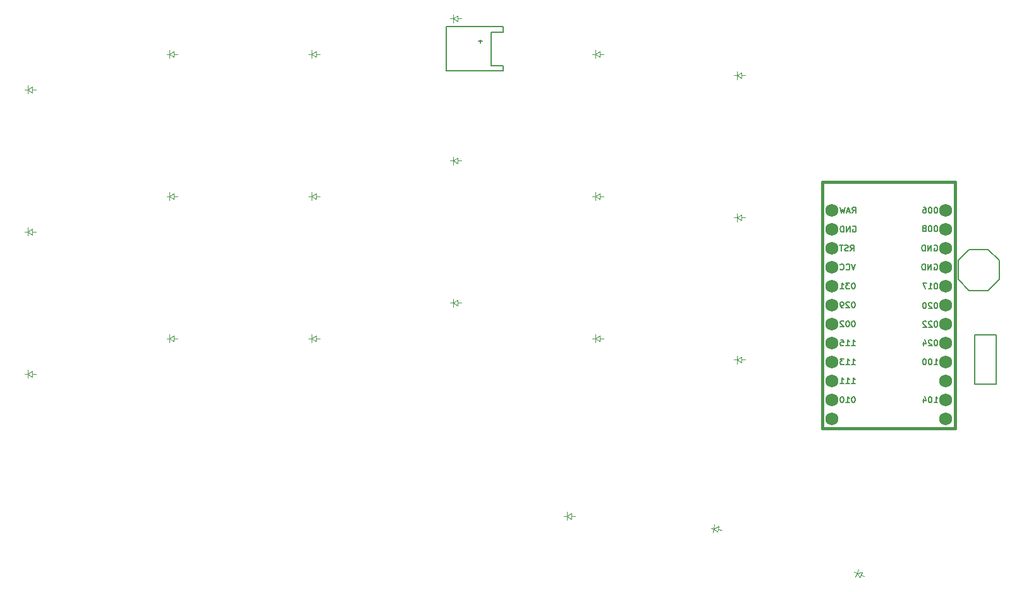
<source format=gbr>
%TF.GenerationSoftware,KiCad,Pcbnew,7.0.9*%
%TF.CreationDate,2024-08-18T04:48:21-07:00*%
%TF.ProjectId,left,6c656674-2e6b-4696-9361-645f70636258,v1.0.0*%
%TF.SameCoordinates,Original*%
%TF.FileFunction,Legend,Bot*%
%TF.FilePolarity,Positive*%
%FSLAX46Y46*%
G04 Gerber Fmt 4.6, Leading zero omitted, Abs format (unit mm)*
G04 Created by KiCad (PCBNEW 7.0.9) date 2024-08-18 04:48:21*
%MOMM*%
%LPD*%
G01*
G04 APERTURE LIST*
%ADD10C,0.150000*%
%ADD11C,0.100000*%
%ADD12C,0.381000*%
%ADD13C,1.752600*%
G04 APERTURE END LIST*
D10*
X264520073Y-147563290D02*
X264596263Y-147525195D01*
X264596263Y-147525195D02*
X264710549Y-147525195D01*
X264710549Y-147525195D02*
X264824835Y-147563290D01*
X264824835Y-147563290D02*
X264901025Y-147639480D01*
X264901025Y-147639480D02*
X264939120Y-147715671D01*
X264939120Y-147715671D02*
X264977216Y-147868052D01*
X264977216Y-147868052D02*
X264977216Y-147982338D01*
X264977216Y-147982338D02*
X264939120Y-148134719D01*
X264939120Y-148134719D02*
X264901025Y-148210909D01*
X264901025Y-148210909D02*
X264824835Y-148287100D01*
X264824835Y-148287100D02*
X264710549Y-148325195D01*
X264710549Y-148325195D02*
X264634358Y-148325195D01*
X264634358Y-148325195D02*
X264520073Y-148287100D01*
X264520073Y-148287100D02*
X264481977Y-148249004D01*
X264481977Y-148249004D02*
X264481977Y-147982338D01*
X264481977Y-147982338D02*
X264634358Y-147982338D01*
X264139120Y-148325195D02*
X264139120Y-147525195D01*
X264139120Y-147525195D02*
X263681977Y-148325195D01*
X263681977Y-148325195D02*
X263681977Y-147525195D01*
X263301025Y-148325195D02*
X263301025Y-147525195D01*
X263301025Y-147525195D02*
X263110549Y-147525195D01*
X263110549Y-147525195D02*
X262996263Y-147563290D01*
X262996263Y-147563290D02*
X262920073Y-147639480D01*
X262920073Y-147639480D02*
X262881978Y-147715671D01*
X262881978Y-147715671D02*
X262843882Y-147868052D01*
X262843882Y-147868052D02*
X262843882Y-147982338D01*
X262843882Y-147982338D02*
X262881978Y-148134719D01*
X262881978Y-148134719D02*
X262920073Y-148210909D01*
X262920073Y-148210909D02*
X262996263Y-148287100D01*
X262996263Y-148287100D02*
X263110549Y-148325195D01*
X263110549Y-148325195D02*
X263301025Y-148325195D01*
X253712358Y-167845195D02*
X253636168Y-167845195D01*
X253636168Y-167845195D02*
X253559977Y-167883290D01*
X253559977Y-167883290D02*
X253521882Y-167921385D01*
X253521882Y-167921385D02*
X253483787Y-167997576D01*
X253483787Y-167997576D02*
X253445692Y-168149957D01*
X253445692Y-168149957D02*
X253445692Y-168340433D01*
X253445692Y-168340433D02*
X253483787Y-168492814D01*
X253483787Y-168492814D02*
X253521882Y-168569004D01*
X253521882Y-168569004D02*
X253559977Y-168607100D01*
X253559977Y-168607100D02*
X253636168Y-168645195D01*
X253636168Y-168645195D02*
X253712358Y-168645195D01*
X253712358Y-168645195D02*
X253788549Y-168607100D01*
X253788549Y-168607100D02*
X253826644Y-168569004D01*
X253826644Y-168569004D02*
X253864739Y-168492814D01*
X253864739Y-168492814D02*
X253902835Y-168340433D01*
X253902835Y-168340433D02*
X253902835Y-168149957D01*
X253902835Y-168149957D02*
X253864739Y-167997576D01*
X253864739Y-167997576D02*
X253826644Y-167921385D01*
X253826644Y-167921385D02*
X253788549Y-167883290D01*
X253788549Y-167883290D02*
X253712358Y-167845195D01*
X252683787Y-168645195D02*
X253140930Y-168645195D01*
X252912358Y-168645195D02*
X252912358Y-167845195D01*
X252912358Y-167845195D02*
X252988549Y-167959480D01*
X252988549Y-167959480D02*
X253064739Y-168035671D01*
X253064739Y-168035671D02*
X253140930Y-168073766D01*
X252188548Y-167845195D02*
X252112358Y-167845195D01*
X252112358Y-167845195D02*
X252036167Y-167883290D01*
X252036167Y-167883290D02*
X251998072Y-167921385D01*
X251998072Y-167921385D02*
X251959977Y-167997576D01*
X251959977Y-167997576D02*
X251921882Y-168149957D01*
X251921882Y-168149957D02*
X251921882Y-168340433D01*
X251921882Y-168340433D02*
X251959977Y-168492814D01*
X251959977Y-168492814D02*
X251998072Y-168569004D01*
X251998072Y-168569004D02*
X252036167Y-168607100D01*
X252036167Y-168607100D02*
X252112358Y-168645195D01*
X252112358Y-168645195D02*
X252188548Y-168645195D01*
X252188548Y-168645195D02*
X252264739Y-168607100D01*
X252264739Y-168607100D02*
X252302834Y-168569004D01*
X252302834Y-168569004D02*
X252340929Y-168492814D01*
X252340929Y-168492814D02*
X252379025Y-168340433D01*
X252379025Y-168340433D02*
X252379025Y-168149957D01*
X252379025Y-168149957D02*
X252340929Y-167997576D01*
X252340929Y-167997576D02*
X252302834Y-167921385D01*
X252302834Y-167921385D02*
X252264739Y-167883290D01*
X252264739Y-167883290D02*
X252188548Y-167845195D01*
X253445692Y-161025195D02*
X253902835Y-161025195D01*
X253674263Y-161025195D02*
X253674263Y-160225195D01*
X253674263Y-160225195D02*
X253750454Y-160339480D01*
X253750454Y-160339480D02*
X253826644Y-160415671D01*
X253826644Y-160415671D02*
X253902835Y-160453766D01*
X252683787Y-161025195D02*
X253140930Y-161025195D01*
X252912358Y-161025195D02*
X252912358Y-160225195D01*
X252912358Y-160225195D02*
X252988549Y-160339480D01*
X252988549Y-160339480D02*
X253064739Y-160415671D01*
X253064739Y-160415671D02*
X253140930Y-160453766D01*
X251959977Y-160225195D02*
X252340929Y-160225195D01*
X252340929Y-160225195D02*
X252379025Y-160606147D01*
X252379025Y-160606147D02*
X252340929Y-160568052D01*
X252340929Y-160568052D02*
X252264739Y-160529957D01*
X252264739Y-160529957D02*
X252074263Y-160529957D01*
X252074263Y-160529957D02*
X251998072Y-160568052D01*
X251998072Y-160568052D02*
X251959977Y-160606147D01*
X251959977Y-160606147D02*
X251921882Y-160682338D01*
X251921882Y-160682338D02*
X251921882Y-160872814D01*
X251921882Y-160872814D02*
X251959977Y-160949004D01*
X251959977Y-160949004D02*
X251998072Y-160987100D01*
X251998072Y-160987100D02*
X252074263Y-161025195D01*
X252074263Y-161025195D02*
X252264739Y-161025195D01*
X252264739Y-161025195D02*
X252340929Y-160987100D01*
X252340929Y-160987100D02*
X252379025Y-160949004D01*
X253604406Y-145023290D02*
X253680596Y-144985195D01*
X253680596Y-144985195D02*
X253794882Y-144985195D01*
X253794882Y-144985195D02*
X253909168Y-145023290D01*
X253909168Y-145023290D02*
X253985358Y-145099480D01*
X253985358Y-145099480D02*
X254023453Y-145175671D01*
X254023453Y-145175671D02*
X254061549Y-145328052D01*
X254061549Y-145328052D02*
X254061549Y-145442338D01*
X254061549Y-145442338D02*
X254023453Y-145594719D01*
X254023453Y-145594719D02*
X253985358Y-145670909D01*
X253985358Y-145670909D02*
X253909168Y-145747100D01*
X253909168Y-145747100D02*
X253794882Y-145785195D01*
X253794882Y-145785195D02*
X253718691Y-145785195D01*
X253718691Y-145785195D02*
X253604406Y-145747100D01*
X253604406Y-145747100D02*
X253566310Y-145709004D01*
X253566310Y-145709004D02*
X253566310Y-145442338D01*
X253566310Y-145442338D02*
X253718691Y-145442338D01*
X253223453Y-145785195D02*
X253223453Y-144985195D01*
X253223453Y-144985195D02*
X252766310Y-145785195D01*
X252766310Y-145785195D02*
X252766310Y-144985195D01*
X252385358Y-145785195D02*
X252385358Y-144985195D01*
X252385358Y-144985195D02*
X252194882Y-144985195D01*
X252194882Y-144985195D02*
X252080596Y-145023290D01*
X252080596Y-145023290D02*
X252004406Y-145099480D01*
X252004406Y-145099480D02*
X251966311Y-145175671D01*
X251966311Y-145175671D02*
X251928215Y-145328052D01*
X251928215Y-145328052D02*
X251928215Y-145442338D01*
X251928215Y-145442338D02*
X251966311Y-145594719D01*
X251966311Y-145594719D02*
X252004406Y-145670909D01*
X252004406Y-145670909D02*
X252080596Y-145747100D01*
X252080596Y-145747100D02*
X252194882Y-145785195D01*
X252194882Y-145785195D02*
X252385358Y-145785195D01*
X253979025Y-150065195D02*
X253712358Y-150865195D01*
X253712358Y-150865195D02*
X253445692Y-150065195D01*
X252721882Y-150789004D02*
X252759978Y-150827100D01*
X252759978Y-150827100D02*
X252874263Y-150865195D01*
X252874263Y-150865195D02*
X252950454Y-150865195D01*
X252950454Y-150865195D02*
X253064740Y-150827100D01*
X253064740Y-150827100D02*
X253140930Y-150750909D01*
X253140930Y-150750909D02*
X253179025Y-150674719D01*
X253179025Y-150674719D02*
X253217121Y-150522338D01*
X253217121Y-150522338D02*
X253217121Y-150408052D01*
X253217121Y-150408052D02*
X253179025Y-150255671D01*
X253179025Y-150255671D02*
X253140930Y-150179480D01*
X253140930Y-150179480D02*
X253064740Y-150103290D01*
X253064740Y-150103290D02*
X252950454Y-150065195D01*
X252950454Y-150065195D02*
X252874263Y-150065195D01*
X252874263Y-150065195D02*
X252759978Y-150103290D01*
X252759978Y-150103290D02*
X252721882Y-150141385D01*
X251921882Y-150789004D02*
X251959978Y-150827100D01*
X251959978Y-150827100D02*
X252074263Y-150865195D01*
X252074263Y-150865195D02*
X252150454Y-150865195D01*
X252150454Y-150865195D02*
X252264740Y-150827100D01*
X252264740Y-150827100D02*
X252340930Y-150750909D01*
X252340930Y-150750909D02*
X252379025Y-150674719D01*
X252379025Y-150674719D02*
X252417121Y-150522338D01*
X252417121Y-150522338D02*
X252417121Y-150408052D01*
X252417121Y-150408052D02*
X252379025Y-150255671D01*
X252379025Y-150255671D02*
X252340930Y-150179480D01*
X252340930Y-150179480D02*
X252264740Y-150103290D01*
X252264740Y-150103290D02*
X252150454Y-150065195D01*
X252150454Y-150065195D02*
X252074263Y-150065195D01*
X252074263Y-150065195D02*
X251959978Y-150103290D01*
X251959978Y-150103290D02*
X251921882Y-150141385D01*
X253712358Y-157685195D02*
X253636168Y-157685195D01*
X253636168Y-157685195D02*
X253559977Y-157723290D01*
X253559977Y-157723290D02*
X253521882Y-157761385D01*
X253521882Y-157761385D02*
X253483787Y-157837576D01*
X253483787Y-157837576D02*
X253445692Y-157989957D01*
X253445692Y-157989957D02*
X253445692Y-158180433D01*
X253445692Y-158180433D02*
X253483787Y-158332814D01*
X253483787Y-158332814D02*
X253521882Y-158409004D01*
X253521882Y-158409004D02*
X253559977Y-158447100D01*
X253559977Y-158447100D02*
X253636168Y-158485195D01*
X253636168Y-158485195D02*
X253712358Y-158485195D01*
X253712358Y-158485195D02*
X253788549Y-158447100D01*
X253788549Y-158447100D02*
X253826644Y-158409004D01*
X253826644Y-158409004D02*
X253864739Y-158332814D01*
X253864739Y-158332814D02*
X253902835Y-158180433D01*
X253902835Y-158180433D02*
X253902835Y-157989957D01*
X253902835Y-157989957D02*
X253864739Y-157837576D01*
X253864739Y-157837576D02*
X253826644Y-157761385D01*
X253826644Y-157761385D02*
X253788549Y-157723290D01*
X253788549Y-157723290D02*
X253712358Y-157685195D01*
X252950453Y-157685195D02*
X252874263Y-157685195D01*
X252874263Y-157685195D02*
X252798072Y-157723290D01*
X252798072Y-157723290D02*
X252759977Y-157761385D01*
X252759977Y-157761385D02*
X252721882Y-157837576D01*
X252721882Y-157837576D02*
X252683787Y-157989957D01*
X252683787Y-157989957D02*
X252683787Y-158180433D01*
X252683787Y-158180433D02*
X252721882Y-158332814D01*
X252721882Y-158332814D02*
X252759977Y-158409004D01*
X252759977Y-158409004D02*
X252798072Y-158447100D01*
X252798072Y-158447100D02*
X252874263Y-158485195D01*
X252874263Y-158485195D02*
X252950453Y-158485195D01*
X252950453Y-158485195D02*
X253026644Y-158447100D01*
X253026644Y-158447100D02*
X253064739Y-158409004D01*
X253064739Y-158409004D02*
X253102834Y-158332814D01*
X253102834Y-158332814D02*
X253140930Y-158180433D01*
X253140930Y-158180433D02*
X253140930Y-157989957D01*
X253140930Y-157989957D02*
X253102834Y-157837576D01*
X253102834Y-157837576D02*
X253064739Y-157761385D01*
X253064739Y-157761385D02*
X253026644Y-157723290D01*
X253026644Y-157723290D02*
X252950453Y-157685195D01*
X252379025Y-157761385D02*
X252340929Y-157723290D01*
X252340929Y-157723290D02*
X252264739Y-157685195D01*
X252264739Y-157685195D02*
X252074263Y-157685195D01*
X252074263Y-157685195D02*
X251998072Y-157723290D01*
X251998072Y-157723290D02*
X251959977Y-157761385D01*
X251959977Y-157761385D02*
X251921882Y-157837576D01*
X251921882Y-157837576D02*
X251921882Y-157913766D01*
X251921882Y-157913766D02*
X251959977Y-158028052D01*
X251959977Y-158028052D02*
X252417120Y-158485195D01*
X252417120Y-158485195D02*
X251921882Y-158485195D01*
X264786739Y-157715195D02*
X264710549Y-157715195D01*
X264710549Y-157715195D02*
X264634358Y-157753290D01*
X264634358Y-157753290D02*
X264596263Y-157791385D01*
X264596263Y-157791385D02*
X264558168Y-157867576D01*
X264558168Y-157867576D02*
X264520073Y-158019957D01*
X264520073Y-158019957D02*
X264520073Y-158210433D01*
X264520073Y-158210433D02*
X264558168Y-158362814D01*
X264558168Y-158362814D02*
X264596263Y-158439004D01*
X264596263Y-158439004D02*
X264634358Y-158477100D01*
X264634358Y-158477100D02*
X264710549Y-158515195D01*
X264710549Y-158515195D02*
X264786739Y-158515195D01*
X264786739Y-158515195D02*
X264862930Y-158477100D01*
X264862930Y-158477100D02*
X264901025Y-158439004D01*
X264901025Y-158439004D02*
X264939120Y-158362814D01*
X264939120Y-158362814D02*
X264977216Y-158210433D01*
X264977216Y-158210433D02*
X264977216Y-158019957D01*
X264977216Y-158019957D02*
X264939120Y-157867576D01*
X264939120Y-157867576D02*
X264901025Y-157791385D01*
X264901025Y-157791385D02*
X264862930Y-157753290D01*
X264862930Y-157753290D02*
X264786739Y-157715195D01*
X264215311Y-157791385D02*
X264177215Y-157753290D01*
X264177215Y-157753290D02*
X264101025Y-157715195D01*
X264101025Y-157715195D02*
X263910549Y-157715195D01*
X263910549Y-157715195D02*
X263834358Y-157753290D01*
X263834358Y-157753290D02*
X263796263Y-157791385D01*
X263796263Y-157791385D02*
X263758168Y-157867576D01*
X263758168Y-157867576D02*
X263758168Y-157943766D01*
X263758168Y-157943766D02*
X263796263Y-158058052D01*
X263796263Y-158058052D02*
X264253406Y-158515195D01*
X264253406Y-158515195D02*
X263758168Y-158515195D01*
X263453406Y-157791385D02*
X263415310Y-157753290D01*
X263415310Y-157753290D02*
X263339120Y-157715195D01*
X263339120Y-157715195D02*
X263148644Y-157715195D01*
X263148644Y-157715195D02*
X263072453Y-157753290D01*
X263072453Y-157753290D02*
X263034358Y-157791385D01*
X263034358Y-157791385D02*
X262996263Y-157867576D01*
X262996263Y-157867576D02*
X262996263Y-157943766D01*
X262996263Y-157943766D02*
X263034358Y-158058052D01*
X263034358Y-158058052D02*
X263491501Y-158515195D01*
X263491501Y-158515195D02*
X262996263Y-158515195D01*
X264786739Y-152615195D02*
X264710549Y-152615195D01*
X264710549Y-152615195D02*
X264634358Y-152653290D01*
X264634358Y-152653290D02*
X264596263Y-152691385D01*
X264596263Y-152691385D02*
X264558168Y-152767576D01*
X264558168Y-152767576D02*
X264520073Y-152919957D01*
X264520073Y-152919957D02*
X264520073Y-153110433D01*
X264520073Y-153110433D02*
X264558168Y-153262814D01*
X264558168Y-153262814D02*
X264596263Y-153339004D01*
X264596263Y-153339004D02*
X264634358Y-153377100D01*
X264634358Y-153377100D02*
X264710549Y-153415195D01*
X264710549Y-153415195D02*
X264786739Y-153415195D01*
X264786739Y-153415195D02*
X264862930Y-153377100D01*
X264862930Y-153377100D02*
X264901025Y-153339004D01*
X264901025Y-153339004D02*
X264939120Y-153262814D01*
X264939120Y-153262814D02*
X264977216Y-153110433D01*
X264977216Y-153110433D02*
X264977216Y-152919957D01*
X264977216Y-152919957D02*
X264939120Y-152767576D01*
X264939120Y-152767576D02*
X264901025Y-152691385D01*
X264901025Y-152691385D02*
X264862930Y-152653290D01*
X264862930Y-152653290D02*
X264786739Y-152615195D01*
X263758168Y-153415195D02*
X264215311Y-153415195D01*
X263986739Y-153415195D02*
X263986739Y-152615195D01*
X263986739Y-152615195D02*
X264062930Y-152729480D01*
X264062930Y-152729480D02*
X264139120Y-152805671D01*
X264139120Y-152805671D02*
X264215311Y-152843766D01*
X263491501Y-152615195D02*
X262958167Y-152615195D01*
X262958167Y-152615195D02*
X263301025Y-153415195D01*
X264520073Y-163565195D02*
X264977216Y-163565195D01*
X264748644Y-163565195D02*
X264748644Y-162765195D01*
X264748644Y-162765195D02*
X264824835Y-162879480D01*
X264824835Y-162879480D02*
X264901025Y-162955671D01*
X264901025Y-162955671D02*
X264977216Y-162993766D01*
X264024834Y-162765195D02*
X263948644Y-162765195D01*
X263948644Y-162765195D02*
X263872453Y-162803290D01*
X263872453Y-162803290D02*
X263834358Y-162841385D01*
X263834358Y-162841385D02*
X263796263Y-162917576D01*
X263796263Y-162917576D02*
X263758168Y-163069957D01*
X263758168Y-163069957D02*
X263758168Y-163260433D01*
X263758168Y-163260433D02*
X263796263Y-163412814D01*
X263796263Y-163412814D02*
X263834358Y-163489004D01*
X263834358Y-163489004D02*
X263872453Y-163527100D01*
X263872453Y-163527100D02*
X263948644Y-163565195D01*
X263948644Y-163565195D02*
X264024834Y-163565195D01*
X264024834Y-163565195D02*
X264101025Y-163527100D01*
X264101025Y-163527100D02*
X264139120Y-163489004D01*
X264139120Y-163489004D02*
X264177215Y-163412814D01*
X264177215Y-163412814D02*
X264215311Y-163260433D01*
X264215311Y-163260433D02*
X264215311Y-163069957D01*
X264215311Y-163069957D02*
X264177215Y-162917576D01*
X264177215Y-162917576D02*
X264139120Y-162841385D01*
X264139120Y-162841385D02*
X264101025Y-162803290D01*
X264101025Y-162803290D02*
X264024834Y-162765195D01*
X263262929Y-162765195D02*
X263186739Y-162765195D01*
X263186739Y-162765195D02*
X263110548Y-162803290D01*
X263110548Y-162803290D02*
X263072453Y-162841385D01*
X263072453Y-162841385D02*
X263034358Y-162917576D01*
X263034358Y-162917576D02*
X262996263Y-163069957D01*
X262996263Y-163069957D02*
X262996263Y-163260433D01*
X262996263Y-163260433D02*
X263034358Y-163412814D01*
X263034358Y-163412814D02*
X263072453Y-163489004D01*
X263072453Y-163489004D02*
X263110548Y-163527100D01*
X263110548Y-163527100D02*
X263186739Y-163565195D01*
X263186739Y-163565195D02*
X263262929Y-163565195D01*
X263262929Y-163565195D02*
X263339120Y-163527100D01*
X263339120Y-163527100D02*
X263377215Y-163489004D01*
X263377215Y-163489004D02*
X263415310Y-163412814D01*
X263415310Y-163412814D02*
X263453406Y-163260433D01*
X263453406Y-163260433D02*
X263453406Y-163069957D01*
X263453406Y-163069957D02*
X263415310Y-162917576D01*
X263415310Y-162917576D02*
X263377215Y-162841385D01*
X263377215Y-162841385D02*
X263339120Y-162803290D01*
X263339120Y-162803290D02*
X263262929Y-162765195D01*
X264786739Y-144915195D02*
X264710549Y-144915195D01*
X264710549Y-144915195D02*
X264634358Y-144953290D01*
X264634358Y-144953290D02*
X264596263Y-144991385D01*
X264596263Y-144991385D02*
X264558168Y-145067576D01*
X264558168Y-145067576D02*
X264520073Y-145219957D01*
X264520073Y-145219957D02*
X264520073Y-145410433D01*
X264520073Y-145410433D02*
X264558168Y-145562814D01*
X264558168Y-145562814D02*
X264596263Y-145639004D01*
X264596263Y-145639004D02*
X264634358Y-145677100D01*
X264634358Y-145677100D02*
X264710549Y-145715195D01*
X264710549Y-145715195D02*
X264786739Y-145715195D01*
X264786739Y-145715195D02*
X264862930Y-145677100D01*
X264862930Y-145677100D02*
X264901025Y-145639004D01*
X264901025Y-145639004D02*
X264939120Y-145562814D01*
X264939120Y-145562814D02*
X264977216Y-145410433D01*
X264977216Y-145410433D02*
X264977216Y-145219957D01*
X264977216Y-145219957D02*
X264939120Y-145067576D01*
X264939120Y-145067576D02*
X264901025Y-144991385D01*
X264901025Y-144991385D02*
X264862930Y-144953290D01*
X264862930Y-144953290D02*
X264786739Y-144915195D01*
X264024834Y-144915195D02*
X263948644Y-144915195D01*
X263948644Y-144915195D02*
X263872453Y-144953290D01*
X263872453Y-144953290D02*
X263834358Y-144991385D01*
X263834358Y-144991385D02*
X263796263Y-145067576D01*
X263796263Y-145067576D02*
X263758168Y-145219957D01*
X263758168Y-145219957D02*
X263758168Y-145410433D01*
X263758168Y-145410433D02*
X263796263Y-145562814D01*
X263796263Y-145562814D02*
X263834358Y-145639004D01*
X263834358Y-145639004D02*
X263872453Y-145677100D01*
X263872453Y-145677100D02*
X263948644Y-145715195D01*
X263948644Y-145715195D02*
X264024834Y-145715195D01*
X264024834Y-145715195D02*
X264101025Y-145677100D01*
X264101025Y-145677100D02*
X264139120Y-145639004D01*
X264139120Y-145639004D02*
X264177215Y-145562814D01*
X264177215Y-145562814D02*
X264215311Y-145410433D01*
X264215311Y-145410433D02*
X264215311Y-145219957D01*
X264215311Y-145219957D02*
X264177215Y-145067576D01*
X264177215Y-145067576D02*
X264139120Y-144991385D01*
X264139120Y-144991385D02*
X264101025Y-144953290D01*
X264101025Y-144953290D02*
X264024834Y-144915195D01*
X263301025Y-145258052D02*
X263377215Y-145219957D01*
X263377215Y-145219957D02*
X263415310Y-145181861D01*
X263415310Y-145181861D02*
X263453406Y-145105671D01*
X263453406Y-145105671D02*
X263453406Y-145067576D01*
X263453406Y-145067576D02*
X263415310Y-144991385D01*
X263415310Y-144991385D02*
X263377215Y-144953290D01*
X263377215Y-144953290D02*
X263301025Y-144915195D01*
X263301025Y-144915195D02*
X263148644Y-144915195D01*
X263148644Y-144915195D02*
X263072453Y-144953290D01*
X263072453Y-144953290D02*
X263034358Y-144991385D01*
X263034358Y-144991385D02*
X262996263Y-145067576D01*
X262996263Y-145067576D02*
X262996263Y-145105671D01*
X262996263Y-145105671D02*
X263034358Y-145181861D01*
X263034358Y-145181861D02*
X263072453Y-145219957D01*
X263072453Y-145219957D02*
X263148644Y-145258052D01*
X263148644Y-145258052D02*
X263301025Y-145258052D01*
X263301025Y-145258052D02*
X263377215Y-145296147D01*
X263377215Y-145296147D02*
X263415310Y-145334242D01*
X263415310Y-145334242D02*
X263453406Y-145410433D01*
X263453406Y-145410433D02*
X263453406Y-145562814D01*
X263453406Y-145562814D02*
X263415310Y-145639004D01*
X263415310Y-145639004D02*
X263377215Y-145677100D01*
X263377215Y-145677100D02*
X263301025Y-145715195D01*
X263301025Y-145715195D02*
X263148644Y-145715195D01*
X263148644Y-145715195D02*
X263072453Y-145677100D01*
X263072453Y-145677100D02*
X263034358Y-145639004D01*
X263034358Y-145639004D02*
X262996263Y-145562814D01*
X262996263Y-145562814D02*
X262996263Y-145410433D01*
X262996263Y-145410433D02*
X263034358Y-145334242D01*
X263034358Y-145334242D02*
X263072453Y-145296147D01*
X263072453Y-145296147D02*
X263148644Y-145258052D01*
X264786739Y-142445195D02*
X264710549Y-142445195D01*
X264710549Y-142445195D02*
X264634358Y-142483290D01*
X264634358Y-142483290D02*
X264596263Y-142521385D01*
X264596263Y-142521385D02*
X264558168Y-142597576D01*
X264558168Y-142597576D02*
X264520073Y-142749957D01*
X264520073Y-142749957D02*
X264520073Y-142940433D01*
X264520073Y-142940433D02*
X264558168Y-143092814D01*
X264558168Y-143092814D02*
X264596263Y-143169004D01*
X264596263Y-143169004D02*
X264634358Y-143207100D01*
X264634358Y-143207100D02*
X264710549Y-143245195D01*
X264710549Y-143245195D02*
X264786739Y-143245195D01*
X264786739Y-143245195D02*
X264862930Y-143207100D01*
X264862930Y-143207100D02*
X264901025Y-143169004D01*
X264901025Y-143169004D02*
X264939120Y-143092814D01*
X264939120Y-143092814D02*
X264977216Y-142940433D01*
X264977216Y-142940433D02*
X264977216Y-142749957D01*
X264977216Y-142749957D02*
X264939120Y-142597576D01*
X264939120Y-142597576D02*
X264901025Y-142521385D01*
X264901025Y-142521385D02*
X264862930Y-142483290D01*
X264862930Y-142483290D02*
X264786739Y-142445195D01*
X264024834Y-142445195D02*
X263948644Y-142445195D01*
X263948644Y-142445195D02*
X263872453Y-142483290D01*
X263872453Y-142483290D02*
X263834358Y-142521385D01*
X263834358Y-142521385D02*
X263796263Y-142597576D01*
X263796263Y-142597576D02*
X263758168Y-142749957D01*
X263758168Y-142749957D02*
X263758168Y-142940433D01*
X263758168Y-142940433D02*
X263796263Y-143092814D01*
X263796263Y-143092814D02*
X263834358Y-143169004D01*
X263834358Y-143169004D02*
X263872453Y-143207100D01*
X263872453Y-143207100D02*
X263948644Y-143245195D01*
X263948644Y-143245195D02*
X264024834Y-143245195D01*
X264024834Y-143245195D02*
X264101025Y-143207100D01*
X264101025Y-143207100D02*
X264139120Y-143169004D01*
X264139120Y-143169004D02*
X264177215Y-143092814D01*
X264177215Y-143092814D02*
X264215311Y-142940433D01*
X264215311Y-142940433D02*
X264215311Y-142749957D01*
X264215311Y-142749957D02*
X264177215Y-142597576D01*
X264177215Y-142597576D02*
X264139120Y-142521385D01*
X264139120Y-142521385D02*
X264101025Y-142483290D01*
X264101025Y-142483290D02*
X264024834Y-142445195D01*
X263072453Y-142445195D02*
X263224834Y-142445195D01*
X263224834Y-142445195D02*
X263301025Y-142483290D01*
X263301025Y-142483290D02*
X263339120Y-142521385D01*
X263339120Y-142521385D02*
X263415310Y-142635671D01*
X263415310Y-142635671D02*
X263453406Y-142788052D01*
X263453406Y-142788052D02*
X263453406Y-143092814D01*
X263453406Y-143092814D02*
X263415310Y-143169004D01*
X263415310Y-143169004D02*
X263377215Y-143207100D01*
X263377215Y-143207100D02*
X263301025Y-143245195D01*
X263301025Y-143245195D02*
X263148644Y-143245195D01*
X263148644Y-143245195D02*
X263072453Y-143207100D01*
X263072453Y-143207100D02*
X263034358Y-143169004D01*
X263034358Y-143169004D02*
X262996263Y-143092814D01*
X262996263Y-143092814D02*
X262996263Y-142902338D01*
X262996263Y-142902338D02*
X263034358Y-142826147D01*
X263034358Y-142826147D02*
X263072453Y-142788052D01*
X263072453Y-142788052D02*
X263148644Y-142749957D01*
X263148644Y-142749957D02*
X263301025Y-142749957D01*
X263301025Y-142749957D02*
X263377215Y-142788052D01*
X263377215Y-142788052D02*
X263415310Y-142826147D01*
X263415310Y-142826147D02*
X263453406Y-142902338D01*
X264786739Y-155215195D02*
X264710549Y-155215195D01*
X264710549Y-155215195D02*
X264634358Y-155253290D01*
X264634358Y-155253290D02*
X264596263Y-155291385D01*
X264596263Y-155291385D02*
X264558168Y-155367576D01*
X264558168Y-155367576D02*
X264520073Y-155519957D01*
X264520073Y-155519957D02*
X264520073Y-155710433D01*
X264520073Y-155710433D02*
X264558168Y-155862814D01*
X264558168Y-155862814D02*
X264596263Y-155939004D01*
X264596263Y-155939004D02*
X264634358Y-155977100D01*
X264634358Y-155977100D02*
X264710549Y-156015195D01*
X264710549Y-156015195D02*
X264786739Y-156015195D01*
X264786739Y-156015195D02*
X264862930Y-155977100D01*
X264862930Y-155977100D02*
X264901025Y-155939004D01*
X264901025Y-155939004D02*
X264939120Y-155862814D01*
X264939120Y-155862814D02*
X264977216Y-155710433D01*
X264977216Y-155710433D02*
X264977216Y-155519957D01*
X264977216Y-155519957D02*
X264939120Y-155367576D01*
X264939120Y-155367576D02*
X264901025Y-155291385D01*
X264901025Y-155291385D02*
X264862930Y-155253290D01*
X264862930Y-155253290D02*
X264786739Y-155215195D01*
X264215311Y-155291385D02*
X264177215Y-155253290D01*
X264177215Y-155253290D02*
X264101025Y-155215195D01*
X264101025Y-155215195D02*
X263910549Y-155215195D01*
X263910549Y-155215195D02*
X263834358Y-155253290D01*
X263834358Y-155253290D02*
X263796263Y-155291385D01*
X263796263Y-155291385D02*
X263758168Y-155367576D01*
X263758168Y-155367576D02*
X263758168Y-155443766D01*
X263758168Y-155443766D02*
X263796263Y-155558052D01*
X263796263Y-155558052D02*
X264253406Y-156015195D01*
X264253406Y-156015195D02*
X263758168Y-156015195D01*
X263262929Y-155215195D02*
X263186739Y-155215195D01*
X263186739Y-155215195D02*
X263110548Y-155253290D01*
X263110548Y-155253290D02*
X263072453Y-155291385D01*
X263072453Y-155291385D02*
X263034358Y-155367576D01*
X263034358Y-155367576D02*
X262996263Y-155519957D01*
X262996263Y-155519957D02*
X262996263Y-155710433D01*
X262996263Y-155710433D02*
X263034358Y-155862814D01*
X263034358Y-155862814D02*
X263072453Y-155939004D01*
X263072453Y-155939004D02*
X263110548Y-155977100D01*
X263110548Y-155977100D02*
X263186739Y-156015195D01*
X263186739Y-156015195D02*
X263262929Y-156015195D01*
X263262929Y-156015195D02*
X263339120Y-155977100D01*
X263339120Y-155977100D02*
X263377215Y-155939004D01*
X263377215Y-155939004D02*
X263415310Y-155862814D01*
X263415310Y-155862814D02*
X263453406Y-155710433D01*
X263453406Y-155710433D02*
X263453406Y-155519957D01*
X263453406Y-155519957D02*
X263415310Y-155367576D01*
X263415310Y-155367576D02*
X263377215Y-155291385D01*
X263377215Y-155291385D02*
X263339120Y-155253290D01*
X263339120Y-155253290D02*
X263262929Y-155215195D01*
X253299644Y-148325195D02*
X253566311Y-147944242D01*
X253756787Y-148325195D02*
X253756787Y-147525195D01*
X253756787Y-147525195D02*
X253452025Y-147525195D01*
X253452025Y-147525195D02*
X253375835Y-147563290D01*
X253375835Y-147563290D02*
X253337740Y-147601385D01*
X253337740Y-147601385D02*
X253299644Y-147677576D01*
X253299644Y-147677576D02*
X253299644Y-147791861D01*
X253299644Y-147791861D02*
X253337740Y-147868052D01*
X253337740Y-147868052D02*
X253375835Y-147906147D01*
X253375835Y-147906147D02*
X253452025Y-147944242D01*
X253452025Y-147944242D02*
X253756787Y-147944242D01*
X252994883Y-148287100D02*
X252880597Y-148325195D01*
X252880597Y-148325195D02*
X252690121Y-148325195D01*
X252690121Y-148325195D02*
X252613930Y-148287100D01*
X252613930Y-148287100D02*
X252575835Y-148249004D01*
X252575835Y-148249004D02*
X252537740Y-148172814D01*
X252537740Y-148172814D02*
X252537740Y-148096623D01*
X252537740Y-148096623D02*
X252575835Y-148020433D01*
X252575835Y-148020433D02*
X252613930Y-147982338D01*
X252613930Y-147982338D02*
X252690121Y-147944242D01*
X252690121Y-147944242D02*
X252842502Y-147906147D01*
X252842502Y-147906147D02*
X252918692Y-147868052D01*
X252918692Y-147868052D02*
X252956787Y-147829957D01*
X252956787Y-147829957D02*
X252994883Y-147753766D01*
X252994883Y-147753766D02*
X252994883Y-147677576D01*
X252994883Y-147677576D02*
X252956787Y-147601385D01*
X252956787Y-147601385D02*
X252918692Y-147563290D01*
X252918692Y-147563290D02*
X252842502Y-147525195D01*
X252842502Y-147525195D02*
X252652025Y-147525195D01*
X252652025Y-147525195D02*
X252537740Y-147563290D01*
X252309168Y-147525195D02*
X251852025Y-147525195D01*
X252080597Y-148325195D02*
X252080597Y-147525195D01*
X253445692Y-166105195D02*
X253902835Y-166105195D01*
X253674263Y-166105195D02*
X253674263Y-165305195D01*
X253674263Y-165305195D02*
X253750454Y-165419480D01*
X253750454Y-165419480D02*
X253826644Y-165495671D01*
X253826644Y-165495671D02*
X253902835Y-165533766D01*
X252683787Y-166105195D02*
X253140930Y-166105195D01*
X252912358Y-166105195D02*
X252912358Y-165305195D01*
X252912358Y-165305195D02*
X252988549Y-165419480D01*
X252988549Y-165419480D02*
X253064739Y-165495671D01*
X253064739Y-165495671D02*
X253140930Y-165533766D01*
X251921882Y-166105195D02*
X252379025Y-166105195D01*
X252150453Y-166105195D02*
X252150453Y-165305195D01*
X252150453Y-165305195D02*
X252226644Y-165419480D01*
X252226644Y-165419480D02*
X252302834Y-165495671D01*
X252302834Y-165495671D02*
X252379025Y-165533766D01*
X253712358Y-152605195D02*
X253636168Y-152605195D01*
X253636168Y-152605195D02*
X253559977Y-152643290D01*
X253559977Y-152643290D02*
X253521882Y-152681385D01*
X253521882Y-152681385D02*
X253483787Y-152757576D01*
X253483787Y-152757576D02*
X253445692Y-152909957D01*
X253445692Y-152909957D02*
X253445692Y-153100433D01*
X253445692Y-153100433D02*
X253483787Y-153252814D01*
X253483787Y-153252814D02*
X253521882Y-153329004D01*
X253521882Y-153329004D02*
X253559977Y-153367100D01*
X253559977Y-153367100D02*
X253636168Y-153405195D01*
X253636168Y-153405195D02*
X253712358Y-153405195D01*
X253712358Y-153405195D02*
X253788549Y-153367100D01*
X253788549Y-153367100D02*
X253826644Y-153329004D01*
X253826644Y-153329004D02*
X253864739Y-153252814D01*
X253864739Y-153252814D02*
X253902835Y-153100433D01*
X253902835Y-153100433D02*
X253902835Y-152909957D01*
X253902835Y-152909957D02*
X253864739Y-152757576D01*
X253864739Y-152757576D02*
X253826644Y-152681385D01*
X253826644Y-152681385D02*
X253788549Y-152643290D01*
X253788549Y-152643290D02*
X253712358Y-152605195D01*
X253179025Y-152605195D02*
X252683787Y-152605195D01*
X252683787Y-152605195D02*
X252950453Y-152909957D01*
X252950453Y-152909957D02*
X252836168Y-152909957D01*
X252836168Y-152909957D02*
X252759977Y-152948052D01*
X252759977Y-152948052D02*
X252721882Y-152986147D01*
X252721882Y-152986147D02*
X252683787Y-153062338D01*
X252683787Y-153062338D02*
X252683787Y-153252814D01*
X252683787Y-153252814D02*
X252721882Y-153329004D01*
X252721882Y-153329004D02*
X252759977Y-153367100D01*
X252759977Y-153367100D02*
X252836168Y-153405195D01*
X252836168Y-153405195D02*
X253064739Y-153405195D01*
X253064739Y-153405195D02*
X253140930Y-153367100D01*
X253140930Y-153367100D02*
X253179025Y-153329004D01*
X251921882Y-153405195D02*
X252379025Y-153405195D01*
X252150453Y-153405195D02*
X252150453Y-152605195D01*
X252150453Y-152605195D02*
X252226644Y-152719480D01*
X252226644Y-152719480D02*
X252302834Y-152795671D01*
X252302834Y-152795671D02*
X252379025Y-152833766D01*
X264520073Y-168645195D02*
X264977216Y-168645195D01*
X264748644Y-168645195D02*
X264748644Y-167845195D01*
X264748644Y-167845195D02*
X264824835Y-167959480D01*
X264824835Y-167959480D02*
X264901025Y-168035671D01*
X264901025Y-168035671D02*
X264977216Y-168073766D01*
X264024834Y-167845195D02*
X263948644Y-167845195D01*
X263948644Y-167845195D02*
X263872453Y-167883290D01*
X263872453Y-167883290D02*
X263834358Y-167921385D01*
X263834358Y-167921385D02*
X263796263Y-167997576D01*
X263796263Y-167997576D02*
X263758168Y-168149957D01*
X263758168Y-168149957D02*
X263758168Y-168340433D01*
X263758168Y-168340433D02*
X263796263Y-168492814D01*
X263796263Y-168492814D02*
X263834358Y-168569004D01*
X263834358Y-168569004D02*
X263872453Y-168607100D01*
X263872453Y-168607100D02*
X263948644Y-168645195D01*
X263948644Y-168645195D02*
X264024834Y-168645195D01*
X264024834Y-168645195D02*
X264101025Y-168607100D01*
X264101025Y-168607100D02*
X264139120Y-168569004D01*
X264139120Y-168569004D02*
X264177215Y-168492814D01*
X264177215Y-168492814D02*
X264215311Y-168340433D01*
X264215311Y-168340433D02*
X264215311Y-168149957D01*
X264215311Y-168149957D02*
X264177215Y-167997576D01*
X264177215Y-167997576D02*
X264139120Y-167921385D01*
X264139120Y-167921385D02*
X264101025Y-167883290D01*
X264101025Y-167883290D02*
X264024834Y-167845195D01*
X263072453Y-168111861D02*
X263072453Y-168645195D01*
X263262929Y-167807100D02*
X263453406Y-168378528D01*
X263453406Y-168378528D02*
X262958167Y-168378528D01*
X264520073Y-150103290D02*
X264596263Y-150065195D01*
X264596263Y-150065195D02*
X264710549Y-150065195D01*
X264710549Y-150065195D02*
X264824835Y-150103290D01*
X264824835Y-150103290D02*
X264901025Y-150179480D01*
X264901025Y-150179480D02*
X264939120Y-150255671D01*
X264939120Y-150255671D02*
X264977216Y-150408052D01*
X264977216Y-150408052D02*
X264977216Y-150522338D01*
X264977216Y-150522338D02*
X264939120Y-150674719D01*
X264939120Y-150674719D02*
X264901025Y-150750909D01*
X264901025Y-150750909D02*
X264824835Y-150827100D01*
X264824835Y-150827100D02*
X264710549Y-150865195D01*
X264710549Y-150865195D02*
X264634358Y-150865195D01*
X264634358Y-150865195D02*
X264520073Y-150827100D01*
X264520073Y-150827100D02*
X264481977Y-150789004D01*
X264481977Y-150789004D02*
X264481977Y-150522338D01*
X264481977Y-150522338D02*
X264634358Y-150522338D01*
X264139120Y-150865195D02*
X264139120Y-150065195D01*
X264139120Y-150065195D02*
X263681977Y-150865195D01*
X263681977Y-150865195D02*
X263681977Y-150065195D01*
X263301025Y-150865195D02*
X263301025Y-150065195D01*
X263301025Y-150065195D02*
X263110549Y-150065195D01*
X263110549Y-150065195D02*
X262996263Y-150103290D01*
X262996263Y-150103290D02*
X262920073Y-150179480D01*
X262920073Y-150179480D02*
X262881978Y-150255671D01*
X262881978Y-150255671D02*
X262843882Y-150408052D01*
X262843882Y-150408052D02*
X262843882Y-150522338D01*
X262843882Y-150522338D02*
X262881978Y-150674719D01*
X262881978Y-150674719D02*
X262920073Y-150750909D01*
X262920073Y-150750909D02*
X262996263Y-150827100D01*
X262996263Y-150827100D02*
X263110549Y-150865195D01*
X263110549Y-150865195D02*
X263301025Y-150865195D01*
X264786739Y-160225195D02*
X264710549Y-160225195D01*
X264710549Y-160225195D02*
X264634358Y-160263290D01*
X264634358Y-160263290D02*
X264596263Y-160301385D01*
X264596263Y-160301385D02*
X264558168Y-160377576D01*
X264558168Y-160377576D02*
X264520073Y-160529957D01*
X264520073Y-160529957D02*
X264520073Y-160720433D01*
X264520073Y-160720433D02*
X264558168Y-160872814D01*
X264558168Y-160872814D02*
X264596263Y-160949004D01*
X264596263Y-160949004D02*
X264634358Y-160987100D01*
X264634358Y-160987100D02*
X264710549Y-161025195D01*
X264710549Y-161025195D02*
X264786739Y-161025195D01*
X264786739Y-161025195D02*
X264862930Y-160987100D01*
X264862930Y-160987100D02*
X264901025Y-160949004D01*
X264901025Y-160949004D02*
X264939120Y-160872814D01*
X264939120Y-160872814D02*
X264977216Y-160720433D01*
X264977216Y-160720433D02*
X264977216Y-160529957D01*
X264977216Y-160529957D02*
X264939120Y-160377576D01*
X264939120Y-160377576D02*
X264901025Y-160301385D01*
X264901025Y-160301385D02*
X264862930Y-160263290D01*
X264862930Y-160263290D02*
X264786739Y-160225195D01*
X264215311Y-160301385D02*
X264177215Y-160263290D01*
X264177215Y-160263290D02*
X264101025Y-160225195D01*
X264101025Y-160225195D02*
X263910549Y-160225195D01*
X263910549Y-160225195D02*
X263834358Y-160263290D01*
X263834358Y-160263290D02*
X263796263Y-160301385D01*
X263796263Y-160301385D02*
X263758168Y-160377576D01*
X263758168Y-160377576D02*
X263758168Y-160453766D01*
X263758168Y-160453766D02*
X263796263Y-160568052D01*
X263796263Y-160568052D02*
X264253406Y-161025195D01*
X264253406Y-161025195D02*
X263758168Y-161025195D01*
X263072453Y-160491861D02*
X263072453Y-161025195D01*
X263262929Y-160187100D02*
X263453406Y-160758528D01*
X263453406Y-160758528D02*
X262958167Y-160758528D01*
X253528215Y-143245195D02*
X253794882Y-142864242D01*
X253985358Y-143245195D02*
X253985358Y-142445195D01*
X253985358Y-142445195D02*
X253680596Y-142445195D01*
X253680596Y-142445195D02*
X253604406Y-142483290D01*
X253604406Y-142483290D02*
X253566311Y-142521385D01*
X253566311Y-142521385D02*
X253528215Y-142597576D01*
X253528215Y-142597576D02*
X253528215Y-142711861D01*
X253528215Y-142711861D02*
X253566311Y-142788052D01*
X253566311Y-142788052D02*
X253604406Y-142826147D01*
X253604406Y-142826147D02*
X253680596Y-142864242D01*
X253680596Y-142864242D02*
X253985358Y-142864242D01*
X253223454Y-143016623D02*
X252842501Y-143016623D01*
X253299644Y-143245195D02*
X253032977Y-142445195D01*
X253032977Y-142445195D02*
X252766311Y-143245195D01*
X252575835Y-142445195D02*
X252385359Y-143245195D01*
X252385359Y-143245195D02*
X252232978Y-142673766D01*
X252232978Y-142673766D02*
X252080597Y-143245195D01*
X252080597Y-143245195D02*
X251890121Y-142445195D01*
X253445692Y-163565195D02*
X253902835Y-163565195D01*
X253674263Y-163565195D02*
X253674263Y-162765195D01*
X253674263Y-162765195D02*
X253750454Y-162879480D01*
X253750454Y-162879480D02*
X253826644Y-162955671D01*
X253826644Y-162955671D02*
X253902835Y-162993766D01*
X252683787Y-163565195D02*
X253140930Y-163565195D01*
X252912358Y-163565195D02*
X252912358Y-162765195D01*
X252912358Y-162765195D02*
X252988549Y-162879480D01*
X252988549Y-162879480D02*
X253064739Y-162955671D01*
X253064739Y-162955671D02*
X253140930Y-162993766D01*
X252417120Y-162765195D02*
X251921882Y-162765195D01*
X251921882Y-162765195D02*
X252188548Y-163069957D01*
X252188548Y-163069957D02*
X252074263Y-163069957D01*
X252074263Y-163069957D02*
X251998072Y-163108052D01*
X251998072Y-163108052D02*
X251959977Y-163146147D01*
X251959977Y-163146147D02*
X251921882Y-163222338D01*
X251921882Y-163222338D02*
X251921882Y-163412814D01*
X251921882Y-163412814D02*
X251959977Y-163489004D01*
X251959977Y-163489004D02*
X251998072Y-163527100D01*
X251998072Y-163527100D02*
X252074263Y-163565195D01*
X252074263Y-163565195D02*
X252302834Y-163565195D01*
X252302834Y-163565195D02*
X252379025Y-163527100D01*
X252379025Y-163527100D02*
X252417120Y-163489004D01*
X253712358Y-155145195D02*
X253636168Y-155145195D01*
X253636168Y-155145195D02*
X253559977Y-155183290D01*
X253559977Y-155183290D02*
X253521882Y-155221385D01*
X253521882Y-155221385D02*
X253483787Y-155297576D01*
X253483787Y-155297576D02*
X253445692Y-155449957D01*
X253445692Y-155449957D02*
X253445692Y-155640433D01*
X253445692Y-155640433D02*
X253483787Y-155792814D01*
X253483787Y-155792814D02*
X253521882Y-155869004D01*
X253521882Y-155869004D02*
X253559977Y-155907100D01*
X253559977Y-155907100D02*
X253636168Y-155945195D01*
X253636168Y-155945195D02*
X253712358Y-155945195D01*
X253712358Y-155945195D02*
X253788549Y-155907100D01*
X253788549Y-155907100D02*
X253826644Y-155869004D01*
X253826644Y-155869004D02*
X253864739Y-155792814D01*
X253864739Y-155792814D02*
X253902835Y-155640433D01*
X253902835Y-155640433D02*
X253902835Y-155449957D01*
X253902835Y-155449957D02*
X253864739Y-155297576D01*
X253864739Y-155297576D02*
X253826644Y-155221385D01*
X253826644Y-155221385D02*
X253788549Y-155183290D01*
X253788549Y-155183290D02*
X253712358Y-155145195D01*
X253140930Y-155221385D02*
X253102834Y-155183290D01*
X253102834Y-155183290D02*
X253026644Y-155145195D01*
X253026644Y-155145195D02*
X252836168Y-155145195D01*
X252836168Y-155145195D02*
X252759977Y-155183290D01*
X252759977Y-155183290D02*
X252721882Y-155221385D01*
X252721882Y-155221385D02*
X252683787Y-155297576D01*
X252683787Y-155297576D02*
X252683787Y-155373766D01*
X252683787Y-155373766D02*
X252721882Y-155488052D01*
X252721882Y-155488052D02*
X253179025Y-155945195D01*
X253179025Y-155945195D02*
X252683787Y-155945195D01*
X252302834Y-155945195D02*
X252150453Y-155945195D01*
X252150453Y-155945195D02*
X252074263Y-155907100D01*
X252074263Y-155907100D02*
X252036167Y-155869004D01*
X252036167Y-155869004D02*
X251959977Y-155754719D01*
X251959977Y-155754719D02*
X251921882Y-155602338D01*
X251921882Y-155602338D02*
X251921882Y-155297576D01*
X251921882Y-155297576D02*
X251959977Y-155221385D01*
X251959977Y-155221385D02*
X251998072Y-155183290D01*
X251998072Y-155183290D02*
X252074263Y-155145195D01*
X252074263Y-155145195D02*
X252226644Y-155145195D01*
X252226644Y-155145195D02*
X252302834Y-155183290D01*
X252302834Y-155183290D02*
X252340929Y-155221385D01*
X252340929Y-155221385D02*
X252379025Y-155297576D01*
X252379025Y-155297576D02*
X252379025Y-155488052D01*
X252379025Y-155488052D02*
X252340929Y-155564242D01*
X252340929Y-155564242D02*
X252302834Y-155602338D01*
X252302834Y-155602338D02*
X252226644Y-155640433D01*
X252226644Y-155640433D02*
X252074263Y-155640433D01*
X252074263Y-155640433D02*
X251998072Y-155602338D01*
X251998072Y-155602338D02*
X251959977Y-155564242D01*
X251959977Y-155564242D02*
X251921882Y-155488052D01*
%TO.C,T1*%
X269949550Y-166152900D02*
X272799550Y-166152900D01*
X272799550Y-164802900D02*
X272799550Y-160902900D01*
X272799550Y-162852900D02*
X272799550Y-166152900D01*
X272799550Y-162852900D02*
X272799550Y-159552900D01*
X269949550Y-159552900D02*
X269949550Y-166152900D01*
X272799550Y-159552900D02*
X269949550Y-159552900D01*
%TO.C,B1*%
X271699550Y-148102900D02*
X269199550Y-148102900D01*
X271699550Y-148102900D02*
X273199550Y-149602900D01*
X269199550Y-148102900D02*
X267699550Y-149602900D01*
X273199550Y-149602900D02*
X273199550Y-152102900D01*
X267699550Y-149602900D02*
X267699550Y-152102900D01*
X271699550Y-153602900D02*
X273199550Y-152102900D01*
X271699550Y-153602900D02*
X269199550Y-153602900D01*
X269199550Y-153602900D02*
X267699550Y-152102900D01*
D11*
%TO.C,D5*%
X142699550Y-145757900D02*
X143099550Y-145757900D01*
X143099550Y-145757900D02*
X143099550Y-145207900D01*
X143099550Y-145757900D02*
X143099550Y-146307900D01*
X143099550Y-145757900D02*
X143699550Y-145357900D01*
X143699550Y-145357900D02*
X143699550Y-146157900D01*
X143699550Y-145757900D02*
X144199550Y-145757900D01*
X143699550Y-146157900D02*
X143099550Y-145757900D01*
%TO.C,D1*%
X253790336Y-191298330D02*
X254152859Y-191467378D01*
X254152859Y-191467378D02*
X254385299Y-190968908D01*
X254152859Y-191467378D02*
X253920419Y-191965847D01*
X254152859Y-191467378D02*
X254865691Y-191358425D01*
X254865691Y-191358425D02*
X254527597Y-192083472D01*
X254696644Y-191720949D02*
X255149798Y-191932258D01*
X254527597Y-192083472D02*
X254152859Y-191467378D01*
%TO.C,D11*%
X180699550Y-140995400D02*
X181099550Y-140995400D01*
X181099550Y-140995400D02*
X181099550Y-140445400D01*
X181099550Y-140995400D02*
X181099550Y-141545400D01*
X181099550Y-140995400D02*
X181699550Y-140595400D01*
X181699550Y-140595400D02*
X181699550Y-141395400D01*
X181699550Y-140995400D02*
X182199550Y-140995400D01*
X181699550Y-141395400D02*
X181099550Y-140995400D01*
D10*
%TO.C,JST1*%
X206799550Y-118282900D02*
X199199550Y-118282900D01*
X199199550Y-118282900D02*
X199199550Y-124182900D01*
X206799550Y-118982900D02*
X206799550Y-118282900D01*
X205199550Y-118982900D02*
X206799550Y-118982900D01*
X203699550Y-119982900D02*
X203699550Y-120482900D01*
X203949550Y-120232900D02*
X203449550Y-120232900D01*
X206799550Y-123482900D02*
X205199550Y-123482900D01*
X205199550Y-123482900D02*
X205199550Y-118982900D01*
X206799550Y-124182900D02*
X206799550Y-123482900D01*
X199199550Y-124182900D02*
X206799550Y-124182900D01*
D11*
%TO.C,D10*%
X180699550Y-160045400D02*
X181099550Y-160045400D01*
X181099550Y-160045400D02*
X181099550Y-159495400D01*
X181099550Y-160045400D02*
X181099550Y-160595400D01*
X181099550Y-160045400D02*
X181699550Y-159645400D01*
X181699550Y-159645400D02*
X181699550Y-160445400D01*
X181699550Y-160045400D02*
X182199550Y-160045400D01*
X181699550Y-160445400D02*
X181099550Y-160045400D01*
%TO.C,D4*%
X142699550Y-164807900D02*
X143099550Y-164807900D01*
X143099550Y-164807900D02*
X143099550Y-164257900D01*
X143099550Y-164807900D02*
X143099550Y-165357900D01*
X143099550Y-164807900D02*
X143699550Y-164407900D01*
X143699550Y-164407900D02*
X143699550Y-165207900D01*
X143699550Y-164807900D02*
X144199550Y-164807900D01*
X143699550Y-165207900D02*
X143099550Y-164807900D01*
%TO.C,D12*%
X180699550Y-121945400D02*
X181099550Y-121945400D01*
X181099550Y-121945400D02*
X181099550Y-121395400D01*
X181099550Y-121945400D02*
X181099550Y-122495400D01*
X181099550Y-121945400D02*
X181699550Y-121545400D01*
X181699550Y-121545400D02*
X181699550Y-122345400D01*
X181699550Y-121945400D02*
X182199550Y-121945400D01*
X181699550Y-122345400D02*
X181099550Y-121945400D01*
%TO.C,D20*%
X237699550Y-143852900D02*
X238099550Y-143852900D01*
X238099550Y-143852900D02*
X238099550Y-143302900D01*
X238099550Y-143852900D02*
X238099550Y-144402900D01*
X238099550Y-143852900D02*
X238699550Y-143452900D01*
X238699550Y-143452900D02*
X238699550Y-144252900D01*
X238699550Y-143852900D02*
X239199550Y-143852900D01*
X238699550Y-144252900D02*
X238099550Y-143852900D01*
%TO.C,D16*%
X218699550Y-160045400D02*
X219099550Y-160045400D01*
X219099550Y-160045400D02*
X219099550Y-159495400D01*
X219099550Y-160045400D02*
X219099550Y-160595400D01*
X219099550Y-160045400D02*
X219699550Y-159645400D01*
X219699550Y-159645400D02*
X219699550Y-160445400D01*
X219699550Y-160045400D02*
X220199550Y-160045400D01*
X219699550Y-160445400D02*
X219099550Y-160045400D01*
%TO.C,D21*%
X237699550Y-124802900D02*
X238099550Y-124802900D01*
X238099550Y-124802900D02*
X238099550Y-124252900D01*
X238099550Y-124802900D02*
X238099550Y-125352900D01*
X238099550Y-124802900D02*
X238699550Y-124402900D01*
X238699550Y-124402900D02*
X238699550Y-125202900D01*
X238699550Y-124802900D02*
X239199550Y-124802900D01*
X238699550Y-125202900D02*
X238099550Y-124802900D01*
%TO.C,D19*%
X237699550Y-162902900D02*
X238099550Y-162902900D01*
X238099550Y-162902900D02*
X238099550Y-162352900D01*
X238099550Y-162902900D02*
X238099550Y-163452900D01*
X238099550Y-162902900D02*
X238699550Y-162502900D01*
X238699550Y-162502900D02*
X238699550Y-163302900D01*
X238699550Y-162902900D02*
X239199550Y-162902900D01*
X238699550Y-163302900D02*
X238099550Y-162902900D01*
%TO.C,D15*%
X199699550Y-117182900D02*
X200099550Y-117182900D01*
X200099550Y-117182900D02*
X200099550Y-116632900D01*
X200099550Y-117182900D02*
X200099550Y-117732900D01*
X200099550Y-117182900D02*
X200699550Y-116782900D01*
X200699550Y-116782900D02*
X200699550Y-117582900D01*
X200699550Y-117182900D02*
X201199550Y-117182900D01*
X200699550Y-117582900D02*
X200099550Y-117182900D01*
%TO.C,D17*%
X218699550Y-140995400D02*
X219099550Y-140995400D01*
X219099550Y-140995400D02*
X219099550Y-140445400D01*
X219099550Y-140995400D02*
X219099550Y-141545400D01*
X219099550Y-140995400D02*
X219699550Y-140595400D01*
X219699550Y-140595400D02*
X219699550Y-141395400D01*
X219699550Y-140995400D02*
X220199550Y-140995400D01*
X219699550Y-141395400D02*
X219099550Y-140995400D01*
%TO.C,D8*%
X161699550Y-140995400D02*
X162099550Y-140995400D01*
X162099550Y-140995400D02*
X162099550Y-140445400D01*
X162099550Y-140995400D02*
X162099550Y-141545400D01*
X162099550Y-140995400D02*
X162699550Y-140595400D01*
X162699550Y-140595400D02*
X162699550Y-141395400D01*
X162699550Y-140995400D02*
X163199550Y-140995400D01*
X162699550Y-141395400D02*
X162099550Y-140995400D01*
%TO.C,D2*%
X234591996Y-185450408D02*
X234985919Y-185519867D01*
X234985919Y-185519867D02*
X235081426Y-184978223D01*
X234985919Y-185519867D02*
X234890413Y-186061511D01*
X234985919Y-185519867D02*
X235646263Y-185230133D01*
X235646263Y-185230133D02*
X235507345Y-186017979D01*
X235576804Y-185624056D02*
X236069208Y-185710880D01*
X235507345Y-186017979D02*
X234985919Y-185519867D01*
%TO.C,D3*%
X214889550Y-183857900D02*
X215289550Y-183857900D01*
X215289550Y-183857900D02*
X215289550Y-183307900D01*
X215289550Y-183857900D02*
X215289550Y-184407900D01*
X215289550Y-183857900D02*
X215889550Y-183457900D01*
X215889550Y-183457900D02*
X215889550Y-184257900D01*
X215889550Y-183857900D02*
X216389550Y-183857900D01*
X215889550Y-184257900D02*
X215289550Y-183857900D01*
%TO.C,D6*%
X142699550Y-126707900D02*
X143099550Y-126707900D01*
X143099550Y-126707900D02*
X143099550Y-126157900D01*
X143099550Y-126707900D02*
X143099550Y-127257900D01*
X143099550Y-126707900D02*
X143699550Y-126307900D01*
X143699550Y-126307900D02*
X143699550Y-127107900D01*
X143699550Y-126707900D02*
X144199550Y-126707900D01*
X143699550Y-127107900D02*
X143099550Y-126707900D01*
D12*
%TO.C,MCU1*%
X249559550Y-172092900D02*
X267339550Y-172092900D01*
X267339550Y-172092900D02*
X267339550Y-139072900D01*
X249559550Y-139072900D02*
X249559550Y-172092900D01*
X267339550Y-139072900D02*
X249559550Y-139072900D01*
D11*
%TO.C,D9*%
X161699550Y-121945400D02*
X162099550Y-121945400D01*
X162099550Y-121945400D02*
X162099550Y-121395400D01*
X162099550Y-121945400D02*
X162099550Y-122495400D01*
X162099550Y-121945400D02*
X162699550Y-121545400D01*
X162699550Y-121545400D02*
X162699550Y-122345400D01*
X162699550Y-121945400D02*
X163199550Y-121945400D01*
X162699550Y-122345400D02*
X162099550Y-121945400D01*
%TO.C,D18*%
X218699550Y-121945400D02*
X219099550Y-121945400D01*
X219099550Y-121945400D02*
X219099550Y-121395400D01*
X219099550Y-121945400D02*
X219099550Y-122495400D01*
X219099550Y-121945400D02*
X219699550Y-121545400D01*
X219699550Y-121545400D02*
X219699550Y-122345400D01*
X219699550Y-121945400D02*
X220199550Y-121945400D01*
X219699550Y-122345400D02*
X219099550Y-121945400D01*
%TO.C,D13*%
X199699550Y-155282900D02*
X200099550Y-155282900D01*
X200099550Y-155282900D02*
X200099550Y-154732900D01*
X200099550Y-155282900D02*
X200099550Y-155832900D01*
X200099550Y-155282900D02*
X200699550Y-154882900D01*
X200699550Y-154882900D02*
X200699550Y-155682900D01*
X200699550Y-155282900D02*
X201199550Y-155282900D01*
X200699550Y-155682900D02*
X200099550Y-155282900D01*
%TO.C,D14*%
X199699550Y-136232900D02*
X200099550Y-136232900D01*
X200099550Y-136232900D02*
X200099550Y-135682900D01*
X200099550Y-136232900D02*
X200099550Y-136782900D01*
X200099550Y-136232900D02*
X200699550Y-135832900D01*
X200699550Y-135832900D02*
X200699550Y-136632900D01*
X200699550Y-136232900D02*
X201199550Y-136232900D01*
X200699550Y-136632900D02*
X200099550Y-136232900D01*
%TO.C,D7*%
X161699550Y-160045400D02*
X162099550Y-160045400D01*
X162099550Y-160045400D02*
X162099550Y-159495400D01*
X162099550Y-160045400D02*
X162099550Y-160595400D01*
X162099550Y-160045400D02*
X162699550Y-159645400D01*
X162699550Y-159645400D02*
X162699550Y-160445400D01*
X162699550Y-160045400D02*
X163199550Y-160045400D01*
X162699550Y-160445400D02*
X162099550Y-160045400D01*
%TD*%
D13*
%TO.C,MCU1*%
X250829550Y-142882900D03*
X250829550Y-145422900D03*
X250829550Y-147962900D03*
X250829550Y-150502900D03*
X250829550Y-153042900D03*
X250829550Y-155582900D03*
X250829550Y-158122900D03*
X250829550Y-160662900D03*
X250829550Y-163202900D03*
X250829550Y-165742900D03*
X250829550Y-168282900D03*
X250829550Y-170822900D03*
X266069550Y-170822900D03*
X266069550Y-168282900D03*
X266069550Y-165742900D03*
X266069550Y-163202900D03*
X266069550Y-160662900D03*
X266069550Y-158122900D03*
X266069550Y-155582900D03*
X266069550Y-153042900D03*
X266069550Y-150502900D03*
X266069550Y-147962900D03*
X266069550Y-145422900D03*
X266069550Y-142882900D03*
%TD*%
M02*

</source>
